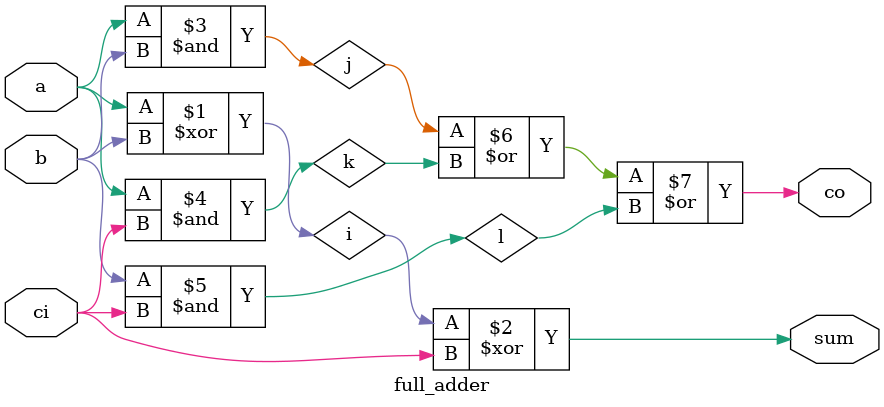
<source format=sv>

module full_adder (output logic sum, co,
                    input logic a, b, ci);
                          logic i, j, k, l;

xor g0 (i, a, b);
xor g1 (sum, i, ci);
and g2 (j, a, b);
and g3 (k, a, ci);
and g4 (l, b, ci);
or g5 (co, j, k, l);

endmodule
</source>
